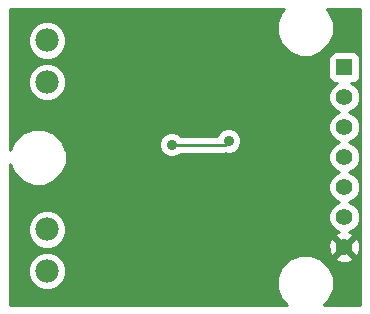
<source format=gbl>
%FSLAX46Y46*%
G04 Gerber Fmt 4.6, Leading zero omitted, Abs format (unit mm)*
G04 Created by KiCad (PCBNEW (2014-07-09 BZR 4988)-product) date Thu 14 Aug 2014 11:57:35 AM PDT*
%MOMM*%
G01*
G04 APERTURE LIST*
%ADD10C,0.050000*%
%ADD11R,1.397000X1.397000*%
%ADD12C,1.397000*%
%ADD13C,1.968500*%
%ADD14C,0.889000*%
%ADD15C,0.254000*%
%ADD16C,0.304800*%
G04 APERTURE END LIST*
D10*
D11*
X130556000Y-93980000D03*
D12*
X130556000Y-96520000D03*
X130556000Y-99060000D03*
X130556000Y-101600000D03*
X130556000Y-104140000D03*
X130556000Y-106680000D03*
X130556000Y-109220000D03*
D13*
X105410000Y-107724000D03*
X105410000Y-111224000D03*
X105410000Y-91722000D03*
X105410000Y-95222000D03*
D14*
X116636800Y-90170000D03*
X120396000Y-95910400D03*
X117043200Y-99568000D03*
X122123200Y-105841800D03*
X128828800Y-98069400D03*
X121666000Y-113030000D03*
X116001800Y-111582200D03*
X120764300Y-100215700D03*
X115951000Y-100533200D03*
D15*
X120218200Y-111582200D02*
X121666000Y-113030000D01*
X116001800Y-111582200D02*
X120218200Y-111582200D01*
X120446800Y-100533200D02*
X115951000Y-100533200D01*
X120446800Y-100533200D02*
X120764300Y-100215700D01*
D16*
X130556000Y-93980000D02*
X130530600Y-93980000D01*
D15*
G36*
X131903000Y-114123000D02*
X131901927Y-114123000D01*
X131901927Y-109412520D01*
X131889731Y-109188035D01*
X131889731Y-106415914D01*
X131687146Y-105925620D01*
X131312353Y-105550173D01*
X130974553Y-105409906D01*
X131310380Y-105271146D01*
X131685827Y-104896353D01*
X131889268Y-104406413D01*
X131889731Y-103875914D01*
X131687146Y-103385620D01*
X131312353Y-103010173D01*
X130974553Y-102869906D01*
X131310380Y-102731146D01*
X131685827Y-102356353D01*
X131889268Y-101866413D01*
X131889731Y-101335914D01*
X131687146Y-100845620D01*
X131312353Y-100470173D01*
X130974553Y-100329906D01*
X131310380Y-100191146D01*
X131685827Y-99816353D01*
X131889268Y-99326413D01*
X131889731Y-98795914D01*
X131687146Y-98305620D01*
X131312353Y-97930173D01*
X130974553Y-97789906D01*
X131310380Y-97651146D01*
X131685827Y-97276353D01*
X131889268Y-96786413D01*
X131889731Y-96255914D01*
X131687146Y-95765620D01*
X131312353Y-95390173D01*
X131127704Y-95313500D01*
X131380809Y-95313500D01*
X131614198Y-95216827D01*
X131792827Y-95038199D01*
X131889500Y-94804810D01*
X131889500Y-94552191D01*
X131889500Y-93155191D01*
X131792827Y-92921802D01*
X131614199Y-92743173D01*
X131380810Y-92646500D01*
X131128191Y-92646500D01*
X129731191Y-92646500D01*
X129497802Y-92743173D01*
X129319173Y-92921801D01*
X129222500Y-93155190D01*
X129222500Y-93407809D01*
X129222500Y-94804809D01*
X129319173Y-95038198D01*
X129497801Y-95216827D01*
X129731190Y-95313500D01*
X129983809Y-95313500D01*
X129983990Y-95313500D01*
X129801620Y-95388854D01*
X129426173Y-95763647D01*
X129222732Y-96253587D01*
X129222269Y-96784086D01*
X129424854Y-97274380D01*
X129799647Y-97649827D01*
X130137446Y-97790093D01*
X129801620Y-97928854D01*
X129426173Y-98303647D01*
X129222732Y-98793587D01*
X129222269Y-99324086D01*
X129424854Y-99814380D01*
X129799647Y-100189827D01*
X130137446Y-100330093D01*
X129801620Y-100468854D01*
X129426173Y-100843647D01*
X129222732Y-101333587D01*
X129222269Y-101864086D01*
X129424854Y-102354380D01*
X129799647Y-102729827D01*
X130137446Y-102870093D01*
X129801620Y-103008854D01*
X129426173Y-103383647D01*
X129222732Y-103873587D01*
X129222269Y-104404086D01*
X129424854Y-104894380D01*
X129799647Y-105269827D01*
X130137446Y-105410093D01*
X129801620Y-105548854D01*
X129426173Y-105923647D01*
X129222732Y-106413587D01*
X129222269Y-106944086D01*
X129424854Y-107434380D01*
X129799647Y-107809827D01*
X130121118Y-107943313D01*
X129863071Y-108050200D01*
X129801417Y-108285812D01*
X130556000Y-109040395D01*
X131310583Y-108285812D01*
X131248929Y-108050200D01*
X130969688Y-107951916D01*
X131310380Y-107811146D01*
X131685827Y-107436353D01*
X131889268Y-106946413D01*
X131889731Y-106415914D01*
X131889731Y-109188035D01*
X131873148Y-108882801D01*
X131725800Y-108527071D01*
X131490188Y-108465417D01*
X130735605Y-109220000D01*
X131490188Y-109974583D01*
X131725800Y-109912929D01*
X131901927Y-109412520D01*
X131901927Y-114123000D01*
X131310583Y-114123000D01*
X131310583Y-110154188D01*
X130556000Y-109399605D01*
X130376395Y-109579210D01*
X130376395Y-109220000D01*
X129621812Y-108465417D01*
X129386200Y-108527071D01*
X129210073Y-109027480D01*
X129238852Y-109557199D01*
X129386200Y-109912929D01*
X129621812Y-109974583D01*
X130376395Y-109220000D01*
X130376395Y-109579210D01*
X129801417Y-110154188D01*
X129863071Y-110389800D01*
X130363480Y-110565927D01*
X130893199Y-110537148D01*
X131248929Y-110389800D01*
X131310583Y-110154188D01*
X131310583Y-114123000D01*
X128811238Y-114123000D01*
X129298449Y-113636639D01*
X129666580Y-112750081D01*
X129667417Y-111790130D01*
X129300834Y-110902931D01*
X128622639Y-110223551D01*
X127736081Y-109855420D01*
X126776130Y-109854583D01*
X125888931Y-110221166D01*
X125209551Y-110899361D01*
X124841420Y-111785919D01*
X124840583Y-112745870D01*
X125207166Y-113633069D01*
X125696242Y-114123000D01*
X121843987Y-114123000D01*
X121843987Y-100001916D01*
X121679989Y-99605011D01*
X121376586Y-99301078D01*
X120979968Y-99136387D01*
X120550516Y-99136013D01*
X120153611Y-99300011D01*
X119849678Y-99603414D01*
X119780006Y-99771200D01*
X116715641Y-99771200D01*
X116563286Y-99618578D01*
X116166668Y-99453887D01*
X115737216Y-99453513D01*
X115340311Y-99617511D01*
X115036378Y-99920914D01*
X114871687Y-100317532D01*
X114871313Y-100746984D01*
X115035311Y-101143889D01*
X115338714Y-101447822D01*
X115735332Y-101612513D01*
X116164784Y-101612887D01*
X116561689Y-101448889D01*
X116715646Y-101295200D01*
X120446800Y-101295200D01*
X120446800Y-101295199D01*
X120515954Y-101281444D01*
X120548632Y-101295013D01*
X120978084Y-101295387D01*
X121374989Y-101131389D01*
X121678922Y-100827986D01*
X121843613Y-100431368D01*
X121843987Y-100001916D01*
X121843987Y-114123000D01*
X107029530Y-114123000D01*
X107029530Y-110903324D01*
X107029530Y-107403324D01*
X106783534Y-106807967D01*
X106328429Y-106352067D01*
X105733502Y-106105032D01*
X105089324Y-106104470D01*
X104493967Y-106350466D01*
X104038067Y-106805571D01*
X103791032Y-107400498D01*
X103790470Y-108044676D01*
X104036466Y-108640033D01*
X104491571Y-109095933D01*
X105086498Y-109342968D01*
X105730676Y-109343530D01*
X106326033Y-109097534D01*
X106781933Y-108642429D01*
X107028968Y-108047502D01*
X107029530Y-107403324D01*
X107029530Y-110903324D01*
X106783534Y-110307967D01*
X106328429Y-109852067D01*
X105733502Y-109605032D01*
X105089324Y-109604470D01*
X104493967Y-109850466D01*
X104038067Y-110305571D01*
X103791032Y-110900498D01*
X103790470Y-111544676D01*
X104036466Y-112140033D01*
X104491571Y-112595933D01*
X105086498Y-112842968D01*
X105730676Y-112843530D01*
X106326033Y-112597534D01*
X106781933Y-112142429D01*
X107028968Y-111547502D01*
X107029530Y-110903324D01*
X107029530Y-114123000D01*
X102285000Y-114123000D01*
X102285000Y-102199888D01*
X102601166Y-102965069D01*
X103279361Y-103644449D01*
X104165919Y-104012580D01*
X105125870Y-104013417D01*
X106013069Y-103646834D01*
X106692449Y-102968639D01*
X107060580Y-102082081D01*
X107061417Y-101122130D01*
X107029530Y-101044957D01*
X107029530Y-94901324D01*
X107029530Y-91401324D01*
X106783534Y-90805967D01*
X106328429Y-90350067D01*
X105733502Y-90103032D01*
X105089324Y-90102470D01*
X104493967Y-90348466D01*
X104038067Y-90803571D01*
X103791032Y-91398498D01*
X103790470Y-92042676D01*
X104036466Y-92638033D01*
X104491571Y-93093933D01*
X105086498Y-93340968D01*
X105730676Y-93341530D01*
X106326033Y-93095534D01*
X106781933Y-92640429D01*
X107028968Y-92045502D01*
X107029530Y-91401324D01*
X107029530Y-94901324D01*
X106783534Y-94305967D01*
X106328429Y-93850067D01*
X105733502Y-93603032D01*
X105089324Y-93602470D01*
X104493967Y-93848466D01*
X104038067Y-94303571D01*
X103791032Y-94898498D01*
X103790470Y-95542676D01*
X104036466Y-96138033D01*
X104491571Y-96593933D01*
X105086498Y-96840968D01*
X105730676Y-96841530D01*
X106326033Y-96595534D01*
X106781933Y-96140429D01*
X107028968Y-95545502D01*
X107029530Y-94901324D01*
X107029530Y-101044957D01*
X106694834Y-100234931D01*
X106016639Y-99555551D01*
X105130081Y-99187420D01*
X104170130Y-99186583D01*
X103282931Y-99553166D01*
X102603551Y-100231361D01*
X102285000Y-100998517D01*
X102285000Y-89077000D01*
X125442318Y-89077000D01*
X125209551Y-89309361D01*
X124841420Y-90195919D01*
X124840583Y-91155870D01*
X125207166Y-92043069D01*
X125885361Y-92722449D01*
X126771919Y-93090580D01*
X127731870Y-93091417D01*
X128619069Y-92724834D01*
X129298449Y-92046639D01*
X129666580Y-91160081D01*
X129667417Y-90200130D01*
X129300834Y-89312931D01*
X129065314Y-89077000D01*
X131903000Y-89077000D01*
X131903000Y-114123000D01*
X131903000Y-114123000D01*
G37*
X131903000Y-114123000D02*
X131901927Y-114123000D01*
X131901927Y-109412520D01*
X131889731Y-109188035D01*
X131889731Y-106415914D01*
X131687146Y-105925620D01*
X131312353Y-105550173D01*
X130974553Y-105409906D01*
X131310380Y-105271146D01*
X131685827Y-104896353D01*
X131889268Y-104406413D01*
X131889731Y-103875914D01*
X131687146Y-103385620D01*
X131312353Y-103010173D01*
X130974553Y-102869906D01*
X131310380Y-102731146D01*
X131685827Y-102356353D01*
X131889268Y-101866413D01*
X131889731Y-101335914D01*
X131687146Y-100845620D01*
X131312353Y-100470173D01*
X130974553Y-100329906D01*
X131310380Y-100191146D01*
X131685827Y-99816353D01*
X131889268Y-99326413D01*
X131889731Y-98795914D01*
X131687146Y-98305620D01*
X131312353Y-97930173D01*
X130974553Y-97789906D01*
X131310380Y-97651146D01*
X131685827Y-97276353D01*
X131889268Y-96786413D01*
X131889731Y-96255914D01*
X131687146Y-95765620D01*
X131312353Y-95390173D01*
X131127704Y-95313500D01*
X131380809Y-95313500D01*
X131614198Y-95216827D01*
X131792827Y-95038199D01*
X131889500Y-94804810D01*
X131889500Y-94552191D01*
X131889500Y-93155191D01*
X131792827Y-92921802D01*
X131614199Y-92743173D01*
X131380810Y-92646500D01*
X131128191Y-92646500D01*
X129731191Y-92646500D01*
X129497802Y-92743173D01*
X129319173Y-92921801D01*
X129222500Y-93155190D01*
X129222500Y-93407809D01*
X129222500Y-94804809D01*
X129319173Y-95038198D01*
X129497801Y-95216827D01*
X129731190Y-95313500D01*
X129983809Y-95313500D01*
X129983990Y-95313500D01*
X129801620Y-95388854D01*
X129426173Y-95763647D01*
X129222732Y-96253587D01*
X129222269Y-96784086D01*
X129424854Y-97274380D01*
X129799647Y-97649827D01*
X130137446Y-97790093D01*
X129801620Y-97928854D01*
X129426173Y-98303647D01*
X129222732Y-98793587D01*
X129222269Y-99324086D01*
X129424854Y-99814380D01*
X129799647Y-100189827D01*
X130137446Y-100330093D01*
X129801620Y-100468854D01*
X129426173Y-100843647D01*
X129222732Y-101333587D01*
X129222269Y-101864086D01*
X129424854Y-102354380D01*
X129799647Y-102729827D01*
X130137446Y-102870093D01*
X129801620Y-103008854D01*
X129426173Y-103383647D01*
X129222732Y-103873587D01*
X129222269Y-104404086D01*
X129424854Y-104894380D01*
X129799647Y-105269827D01*
X130137446Y-105410093D01*
X129801620Y-105548854D01*
X129426173Y-105923647D01*
X129222732Y-106413587D01*
X129222269Y-106944086D01*
X129424854Y-107434380D01*
X129799647Y-107809827D01*
X130121118Y-107943313D01*
X129863071Y-108050200D01*
X129801417Y-108285812D01*
X130556000Y-109040395D01*
X131310583Y-108285812D01*
X131248929Y-108050200D01*
X130969688Y-107951916D01*
X131310380Y-107811146D01*
X131685827Y-107436353D01*
X131889268Y-106946413D01*
X131889731Y-106415914D01*
X131889731Y-109188035D01*
X131873148Y-108882801D01*
X131725800Y-108527071D01*
X131490188Y-108465417D01*
X130735605Y-109220000D01*
X131490188Y-109974583D01*
X131725800Y-109912929D01*
X131901927Y-109412520D01*
X131901927Y-114123000D01*
X131310583Y-114123000D01*
X131310583Y-110154188D01*
X130556000Y-109399605D01*
X130376395Y-109579210D01*
X130376395Y-109220000D01*
X129621812Y-108465417D01*
X129386200Y-108527071D01*
X129210073Y-109027480D01*
X129238852Y-109557199D01*
X129386200Y-109912929D01*
X129621812Y-109974583D01*
X130376395Y-109220000D01*
X130376395Y-109579210D01*
X129801417Y-110154188D01*
X129863071Y-110389800D01*
X130363480Y-110565927D01*
X130893199Y-110537148D01*
X131248929Y-110389800D01*
X131310583Y-110154188D01*
X131310583Y-114123000D01*
X128811238Y-114123000D01*
X129298449Y-113636639D01*
X129666580Y-112750081D01*
X129667417Y-111790130D01*
X129300834Y-110902931D01*
X128622639Y-110223551D01*
X127736081Y-109855420D01*
X126776130Y-109854583D01*
X125888931Y-110221166D01*
X125209551Y-110899361D01*
X124841420Y-111785919D01*
X124840583Y-112745870D01*
X125207166Y-113633069D01*
X125696242Y-114123000D01*
X121843987Y-114123000D01*
X121843987Y-100001916D01*
X121679989Y-99605011D01*
X121376586Y-99301078D01*
X120979968Y-99136387D01*
X120550516Y-99136013D01*
X120153611Y-99300011D01*
X119849678Y-99603414D01*
X119780006Y-99771200D01*
X116715641Y-99771200D01*
X116563286Y-99618578D01*
X116166668Y-99453887D01*
X115737216Y-99453513D01*
X115340311Y-99617511D01*
X115036378Y-99920914D01*
X114871687Y-100317532D01*
X114871313Y-100746984D01*
X115035311Y-101143889D01*
X115338714Y-101447822D01*
X115735332Y-101612513D01*
X116164784Y-101612887D01*
X116561689Y-101448889D01*
X116715646Y-101295200D01*
X120446800Y-101295200D01*
X120446800Y-101295199D01*
X120515954Y-101281444D01*
X120548632Y-101295013D01*
X120978084Y-101295387D01*
X121374989Y-101131389D01*
X121678922Y-100827986D01*
X121843613Y-100431368D01*
X121843987Y-100001916D01*
X121843987Y-114123000D01*
X107029530Y-114123000D01*
X107029530Y-110903324D01*
X107029530Y-107403324D01*
X106783534Y-106807967D01*
X106328429Y-106352067D01*
X105733502Y-106105032D01*
X105089324Y-106104470D01*
X104493967Y-106350466D01*
X104038067Y-106805571D01*
X103791032Y-107400498D01*
X103790470Y-108044676D01*
X104036466Y-108640033D01*
X104491571Y-109095933D01*
X105086498Y-109342968D01*
X105730676Y-109343530D01*
X106326033Y-109097534D01*
X106781933Y-108642429D01*
X107028968Y-108047502D01*
X107029530Y-107403324D01*
X107029530Y-110903324D01*
X106783534Y-110307967D01*
X106328429Y-109852067D01*
X105733502Y-109605032D01*
X105089324Y-109604470D01*
X104493967Y-109850466D01*
X104038067Y-110305571D01*
X103791032Y-110900498D01*
X103790470Y-111544676D01*
X104036466Y-112140033D01*
X104491571Y-112595933D01*
X105086498Y-112842968D01*
X105730676Y-112843530D01*
X106326033Y-112597534D01*
X106781933Y-112142429D01*
X107028968Y-111547502D01*
X107029530Y-110903324D01*
X107029530Y-114123000D01*
X102285000Y-114123000D01*
X102285000Y-102199888D01*
X102601166Y-102965069D01*
X103279361Y-103644449D01*
X104165919Y-104012580D01*
X105125870Y-104013417D01*
X106013069Y-103646834D01*
X106692449Y-102968639D01*
X107060580Y-102082081D01*
X107061417Y-101122130D01*
X107029530Y-101044957D01*
X107029530Y-94901324D01*
X107029530Y-91401324D01*
X106783534Y-90805967D01*
X106328429Y-90350067D01*
X105733502Y-90103032D01*
X105089324Y-90102470D01*
X104493967Y-90348466D01*
X104038067Y-90803571D01*
X103791032Y-91398498D01*
X103790470Y-92042676D01*
X104036466Y-92638033D01*
X104491571Y-93093933D01*
X105086498Y-93340968D01*
X105730676Y-93341530D01*
X106326033Y-93095534D01*
X106781933Y-92640429D01*
X107028968Y-92045502D01*
X107029530Y-91401324D01*
X107029530Y-94901324D01*
X106783534Y-94305967D01*
X106328429Y-93850067D01*
X105733502Y-93603032D01*
X105089324Y-93602470D01*
X104493967Y-93848466D01*
X104038067Y-94303571D01*
X103791032Y-94898498D01*
X103790470Y-95542676D01*
X104036466Y-96138033D01*
X104491571Y-96593933D01*
X105086498Y-96840968D01*
X105730676Y-96841530D01*
X106326033Y-96595534D01*
X106781933Y-96140429D01*
X107028968Y-95545502D01*
X107029530Y-94901324D01*
X107029530Y-101044957D01*
X106694834Y-100234931D01*
X106016639Y-99555551D01*
X105130081Y-99187420D01*
X104170130Y-99186583D01*
X103282931Y-99553166D01*
X102603551Y-100231361D01*
X102285000Y-100998517D01*
X102285000Y-89077000D01*
X125442318Y-89077000D01*
X125209551Y-89309361D01*
X124841420Y-90195919D01*
X124840583Y-91155870D01*
X125207166Y-92043069D01*
X125885361Y-92722449D01*
X126771919Y-93090580D01*
X127731870Y-93091417D01*
X128619069Y-92724834D01*
X129298449Y-92046639D01*
X129666580Y-91160081D01*
X129667417Y-90200130D01*
X129300834Y-89312931D01*
X129065314Y-89077000D01*
X131903000Y-89077000D01*
X131903000Y-114123000D01*
M02*

</source>
